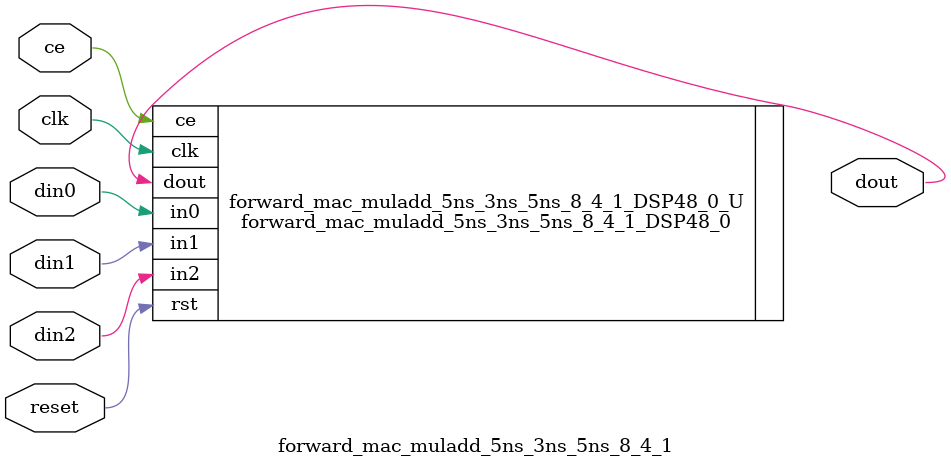
<source format=v>

module forward_mac_muladd_5ns_3ns_5ns_8_4_1(clk,reset,ce,din0,din1,din2,dout);  
parameter ID = 32'd1;
parameter NUM_STAGE = 32'd1;
parameter din0_WIDTH = 32'd1;
parameter din1_WIDTH = 32'd1;
parameter din2_WIDTH = 32'd1;
parameter dout_WIDTH = 32'd1;
input clk;
input reset;
input ce;
input[din0_WIDTH - 1:0] din0;
input[din1_WIDTH - 1:0] din1;
input[din2_WIDTH - 1:0] din2;
output[dout_WIDTH - 1:0] dout;
forward_mac_muladd_5ns_3ns_5ns_8_4_1_DSP48_0 forward_mac_muladd_5ns_3ns_5ns_8_4_1_DSP48_0_U(.clk( clk ),.rst( reset ),.ce( ce ),.in0( din0 ),.in1( din1 ),.in2( din2 ),.dout( dout ));
endmodule

</source>
